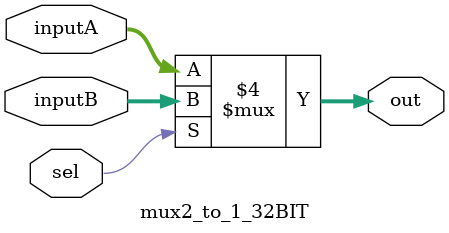
<source format=sv>


module mux2_to_1_32BIT(out,inputA,inputB,sel); // signal multiplexing between 2 32-Bit words.

output logic [31:0] out;
input [31:0] inputA;
input [31:0] inputB;
input sel;

always @(inputA or inputB or sel) begin
  
  if (sel == 0) begin
	out <= inputA;
  end
  else begin
	out <= inputB; 
  end
end
endmodule
</source>
